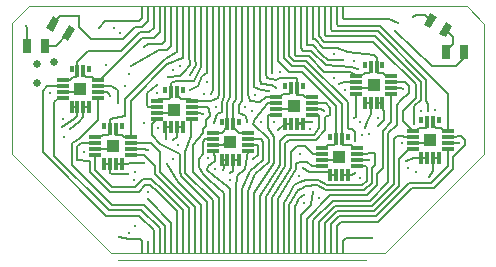
<source format=gtl>
G04 (created by PCBNEW-RS274X (2012-apr-16-27)-stable) date Thu 03 Apr 2014 02:01:57 PM EDT*
G01*
G70*
G90*
%MOIN*%
G04 Gerber Fmt 3.4, Leading zero omitted, Abs format*
%FSLAX34Y34*%
G04 APERTURE LIST*
%ADD10C,0.006000*%
%ADD11C,0.000400*%
%ADD12C,0.002000*%
%ADD13R,0.025000X0.045000*%
%ADD14R,0.039400X0.011800*%
%ADD15R,0.011800X0.039400*%
%ADD16R,0.011800X0.023600*%
%ADD17R,0.039400X0.039400*%
%ADD18R,0.009800X0.039400*%
%ADD19C,0.013000*%
%ADD20C,0.026000*%
%ADD21C,0.008000*%
%ADD22C,0.007000*%
G04 APERTURE END LIST*
G54D10*
G54D11*
X24646Y-27224D02*
X27953Y-23917D01*
X15512Y-27224D02*
X12205Y-23917D01*
X15512Y-27224D02*
X24646Y-27224D01*
X12766Y-18996D02*
X12205Y-19557D01*
X27392Y-18996D02*
X27953Y-19596D01*
X26939Y-18996D02*
X27392Y-18996D01*
X27953Y-19596D02*
X27953Y-23917D01*
X16663Y-18996D02*
X26938Y-18996D01*
X12205Y-19557D02*
X12205Y-23917D01*
X16664Y-18996D02*
X12766Y-18996D01*
X15748Y-27461D02*
X24016Y-27461D01*
G54D12*
X15748Y-27461D02*
X24016Y-27461D01*
G54D10*
G36*
X13348Y-19716D02*
X13573Y-19327D01*
X13790Y-19452D01*
X13565Y-19841D01*
X13348Y-19716D01*
X13348Y-19716D01*
G37*
G36*
X13868Y-20016D02*
X14093Y-19627D01*
X14310Y-19752D01*
X14085Y-20141D01*
X13868Y-20016D01*
X13868Y-20016D01*
G37*
G36*
X25926Y-19608D02*
X26151Y-19219D01*
X26368Y-19344D01*
X26143Y-19733D01*
X25926Y-19608D01*
X25926Y-19608D01*
G37*
G36*
X26446Y-19908D02*
X26671Y-19519D01*
X26888Y-19644D01*
X26663Y-20033D01*
X26446Y-19908D01*
X26446Y-19908D01*
G37*
G54D13*
X13322Y-20305D03*
X12722Y-20305D03*
X26669Y-20502D03*
X27269Y-20502D03*
G54D14*
X25561Y-23150D03*
X25561Y-23347D03*
X25561Y-23543D03*
X25561Y-23740D03*
G54D15*
X25857Y-24036D03*
X26054Y-24036D03*
X26250Y-24036D03*
X26447Y-24036D03*
G54D14*
X26743Y-23740D03*
X26743Y-23543D03*
X26743Y-23347D03*
X26743Y-23150D03*
G54D16*
X26447Y-22776D03*
G54D15*
X26250Y-22854D03*
X26054Y-22854D03*
G54D16*
X25857Y-22776D03*
G54D17*
X26152Y-23445D03*
G54D14*
X23671Y-21319D03*
X23671Y-21516D03*
X23671Y-21712D03*
X23671Y-21909D03*
G54D15*
X23967Y-22205D03*
X24164Y-22205D03*
X24360Y-22205D03*
X24557Y-22205D03*
G54D14*
X24853Y-21909D03*
X24853Y-21712D03*
X24853Y-21516D03*
X24853Y-21319D03*
G54D16*
X24557Y-20945D03*
G54D15*
X24360Y-21023D03*
X24164Y-21023D03*
G54D16*
X23967Y-20945D03*
G54D17*
X24262Y-21614D03*
G54D14*
X22529Y-23721D03*
X22529Y-23918D03*
X22529Y-24114D03*
X22529Y-24311D03*
G54D15*
X22825Y-24607D03*
X23022Y-24607D03*
X23218Y-24607D03*
X23415Y-24607D03*
G54D14*
X23711Y-24311D03*
X23711Y-24114D03*
X23711Y-23918D03*
X23711Y-23721D03*
G54D16*
X23415Y-23347D03*
G54D15*
X23218Y-23425D03*
X23022Y-23425D03*
G54D16*
X22825Y-23347D03*
G54D17*
X23120Y-24016D03*
G54D14*
X21023Y-22028D03*
X21023Y-22225D03*
X21023Y-22421D03*
X21023Y-22618D03*
G54D15*
X21319Y-22914D03*
X21516Y-22914D03*
X21712Y-22914D03*
X21909Y-22914D03*
G54D14*
X22205Y-22618D03*
X22205Y-22421D03*
X22205Y-22225D03*
X22205Y-22028D03*
G54D16*
X21909Y-21654D03*
G54D15*
X21712Y-21732D03*
X21516Y-21732D03*
G54D16*
X21319Y-21654D03*
G54D17*
X21614Y-22323D03*
G54D14*
X18897Y-23229D03*
X18897Y-23426D03*
X18897Y-23622D03*
X18897Y-23819D03*
G54D15*
X19193Y-24115D03*
X19390Y-24115D03*
X19586Y-24115D03*
X19783Y-24115D03*
G54D14*
X20079Y-23819D03*
X20079Y-23622D03*
X20079Y-23426D03*
X20079Y-23229D03*
G54D16*
X19783Y-22855D03*
G54D15*
X19586Y-22933D03*
X19390Y-22933D03*
G54D16*
X19193Y-22855D03*
G54D17*
X19488Y-23524D03*
G54D14*
X17027Y-22146D03*
X17027Y-22343D03*
X17027Y-22539D03*
X17027Y-22736D03*
G54D15*
X17323Y-23032D03*
X17520Y-23032D03*
X17716Y-23032D03*
X17913Y-23032D03*
G54D14*
X18209Y-22736D03*
X18209Y-22539D03*
X18209Y-22343D03*
X18209Y-22146D03*
G54D16*
X17913Y-21772D03*
G54D15*
X17716Y-21850D03*
X17520Y-21850D03*
G54D16*
X17323Y-21772D03*
G54D17*
X17618Y-22441D03*
G54D14*
X14980Y-23366D03*
X14980Y-23563D03*
X14980Y-23759D03*
X14980Y-23956D03*
G54D15*
X15276Y-24252D03*
X15473Y-24252D03*
X15669Y-24252D03*
X15866Y-24252D03*
G54D14*
X16162Y-23956D03*
X16162Y-23759D03*
X16162Y-23563D03*
X16162Y-23366D03*
G54D16*
X15866Y-22992D03*
G54D15*
X15669Y-23070D03*
X15473Y-23070D03*
G54D16*
X15276Y-22992D03*
G54D17*
X15571Y-23661D03*
G54D14*
X13897Y-21457D03*
X13897Y-21654D03*
X13897Y-21850D03*
X13897Y-22047D03*
G54D15*
X14193Y-22343D03*
X14390Y-22343D03*
X14586Y-22343D03*
X14783Y-22343D03*
G54D14*
X15079Y-22047D03*
X15079Y-21850D03*
X15079Y-21654D03*
X15079Y-21457D03*
G54D16*
X14783Y-21083D03*
G54D15*
X14586Y-21161D03*
X14390Y-21161D03*
G54D16*
X14193Y-21083D03*
G54D17*
X14488Y-21752D03*
G54D18*
X16536Y-19193D03*
X16733Y-19193D03*
X16930Y-19193D03*
X17126Y-19193D03*
X17323Y-19193D03*
X17520Y-19193D03*
X17717Y-19193D03*
X17914Y-19193D03*
X18111Y-19193D03*
X18307Y-19193D03*
X18504Y-19193D03*
X18701Y-19193D03*
X18898Y-19193D03*
X19095Y-19193D03*
X19292Y-19193D03*
X19489Y-19193D03*
X19685Y-19193D03*
X19882Y-19193D03*
X20079Y-19193D03*
X20276Y-19193D03*
X20473Y-19193D03*
X20670Y-19193D03*
X20867Y-19193D03*
X21063Y-19193D03*
X21260Y-19193D03*
X21457Y-19193D03*
X21654Y-19193D03*
X21851Y-19193D03*
X22048Y-19193D03*
X22245Y-19193D03*
X22441Y-19193D03*
X22638Y-19193D03*
X22835Y-19193D03*
X23032Y-19193D03*
X23229Y-19193D03*
X16536Y-27028D03*
X16733Y-27028D03*
X16930Y-27028D03*
X17126Y-27028D03*
X17323Y-27028D03*
X17520Y-27028D03*
X17717Y-27028D03*
X17914Y-27028D03*
X18111Y-27028D03*
X18307Y-27028D03*
X18504Y-27028D03*
X18701Y-27028D03*
X18898Y-27028D03*
X19095Y-27028D03*
X19292Y-27028D03*
X19489Y-27028D03*
X19685Y-27028D03*
X19882Y-27028D03*
X20079Y-27028D03*
X20276Y-27028D03*
X20473Y-27028D03*
X20670Y-27028D03*
X20867Y-27028D03*
X21063Y-27028D03*
X21260Y-27028D03*
X21457Y-27028D03*
X21654Y-27028D03*
X21851Y-27028D03*
X22048Y-27028D03*
X22245Y-27028D03*
X22441Y-27028D03*
X22638Y-27028D03*
X22835Y-27028D03*
X23032Y-27028D03*
X23229Y-27028D03*
G54D19*
X25591Y-19360D03*
X14439Y-19331D03*
X24970Y-19833D03*
X12687Y-19665D03*
X16260Y-24783D03*
X17815Y-20984D03*
X16319Y-24508D03*
X17579Y-21122D03*
X17087Y-23051D03*
X18701Y-21516D03*
X17736Y-23622D03*
X18602Y-21909D03*
X18996Y-22362D03*
X18986Y-24419D03*
X19980Y-22362D03*
X19469Y-24774D03*
X20945Y-22854D03*
X20197Y-22480D03*
X22146Y-23081D03*
X20295Y-21939D03*
X21132Y-21171D03*
X21788Y-24643D03*
X23868Y-23268D03*
X23809Y-24705D03*
X24114Y-23248D03*
X23612Y-20827D03*
X22953Y-20591D03*
X24400Y-22717D03*
X25827Y-22480D03*
X25394Y-24390D03*
X26319Y-22451D03*
X25669Y-24518D03*
X21949Y-25285D03*
X23120Y-21585D03*
X23612Y-22707D03*
X22254Y-25177D03*
X15728Y-22205D03*
X16732Y-25413D03*
X15965Y-21663D03*
X16732Y-25177D03*
X17047Y-21870D03*
X17559Y-24094D03*
X21949Y-25551D03*
X22943Y-21388D03*
X23819Y-22835D03*
X22441Y-25384D03*
X16594Y-20334D03*
X13878Y-23012D03*
X16181Y-20994D03*
X14154Y-23071D03*
X16083Y-24587D03*
X17402Y-21339D03*
X18150Y-21280D03*
X16594Y-24232D03*
X17343Y-23406D03*
X18150Y-21772D03*
X17579Y-23445D03*
X18858Y-21929D03*
X18937Y-22874D03*
X19252Y-24459D03*
X19469Y-24537D03*
X20039Y-22835D03*
X17028Y-21614D03*
X17362Y-24252D03*
X20778Y-21811D03*
X21083Y-23100D03*
X21024Y-21703D03*
X22215Y-22854D03*
X21900Y-24380D03*
X20876Y-21220D03*
X23642Y-24537D03*
X23652Y-23494D03*
X23730Y-21083D03*
X23967Y-23051D03*
X23248Y-20787D03*
X24409Y-22992D03*
X25354Y-24154D03*
X25620Y-22904D03*
X26093Y-24675D03*
X26083Y-22480D03*
X13898Y-22736D03*
X15354Y-20945D03*
X16103Y-21240D03*
X13957Y-23366D03*
G54D20*
X13593Y-20846D03*
G54D19*
X24203Y-26732D03*
X25069Y-19557D03*
X15797Y-19872D03*
X16299Y-26329D03*
G54D20*
X13031Y-20915D03*
G54D19*
X24262Y-21614D03*
X26152Y-23445D03*
X14488Y-21752D03*
X17618Y-22441D03*
X15768Y-26693D03*
X19488Y-23524D03*
X15108Y-19705D03*
X15571Y-23661D03*
X23120Y-24016D03*
X21614Y-22323D03*
G54D20*
X13041Y-21555D03*
G54D19*
X16112Y-26555D03*
X13465Y-21870D03*
X18740Y-24055D03*
X27106Y-23543D03*
X16594Y-22895D03*
X25226Y-21762D03*
X14606Y-23839D03*
X20512Y-22854D03*
X18583Y-22579D03*
X20256Y-24075D03*
X25197Y-23543D03*
X24094Y-24114D03*
X15600Y-19705D03*
X23297Y-21791D03*
X21821Y-23927D03*
X22598Y-22470D03*
X16732Y-23780D03*
X15472Y-21978D03*
G54D21*
X16733Y-19497D02*
X16555Y-19675D01*
X25960Y-19289D02*
X26147Y-19476D01*
X14439Y-19331D02*
X13822Y-19331D01*
X16733Y-19497D02*
X16733Y-19193D01*
X25591Y-19360D02*
X25679Y-19289D01*
X15915Y-20079D02*
X14843Y-20079D01*
X16319Y-19675D02*
X15915Y-20079D01*
X25679Y-19289D02*
X25960Y-19289D01*
X16555Y-19675D02*
X16319Y-19675D01*
X14439Y-19331D02*
X14439Y-19331D01*
X14439Y-19675D02*
X14439Y-19331D01*
X14843Y-20079D02*
X14439Y-19675D01*
X13822Y-19331D02*
X13569Y-19584D01*
X27269Y-20723D02*
X27008Y-20984D01*
X12722Y-20305D02*
X12722Y-19700D01*
X12687Y-19665D02*
X12722Y-19700D01*
X27008Y-20984D02*
X26486Y-20984D01*
X27269Y-20502D02*
X27269Y-20723D01*
X26201Y-20984D02*
X24970Y-19833D01*
X26486Y-20984D02*
X26201Y-20984D01*
G54D22*
X16442Y-25969D02*
X16930Y-26457D01*
X13385Y-21654D02*
X13897Y-21654D01*
X15358Y-25969D02*
X16442Y-25969D01*
X13238Y-23849D02*
X15358Y-25969D01*
X13385Y-21654D02*
X13238Y-21801D01*
X13238Y-21801D02*
X13238Y-23849D01*
X16930Y-27028D02*
X16930Y-26457D01*
X13622Y-22185D02*
X13622Y-23977D01*
X15432Y-25787D02*
X16516Y-25787D01*
X16516Y-25787D02*
X17126Y-26397D01*
X13760Y-22047D02*
X13897Y-22047D01*
X17126Y-27028D02*
X17126Y-26397D01*
X13622Y-23977D02*
X15432Y-25787D01*
X13760Y-22047D02*
X13622Y-22185D01*
X18898Y-27028D02*
X18898Y-25454D01*
X17992Y-23839D02*
X18169Y-23317D01*
X18169Y-22776D02*
X18209Y-22736D01*
X18169Y-23317D02*
X18169Y-22776D01*
X17992Y-24537D02*
X17992Y-23839D01*
X18898Y-25454D02*
X17992Y-24537D01*
X18563Y-23091D02*
X18563Y-23205D01*
X18720Y-22343D02*
X18780Y-22403D01*
X18563Y-23205D02*
X18258Y-23622D01*
X18799Y-22519D02*
X18799Y-22658D01*
X18258Y-23622D02*
X18258Y-24519D01*
X18780Y-22500D02*
X18799Y-22519D01*
X18681Y-22973D02*
X18563Y-23091D01*
X19095Y-27028D02*
X19094Y-25387D01*
X18780Y-22403D02*
X18780Y-22500D01*
X18720Y-22343D02*
X18209Y-22343D01*
X18258Y-24519D02*
X19094Y-25387D01*
X18681Y-22776D02*
X18681Y-22973D01*
X18799Y-22658D02*
X18681Y-22776D01*
X18563Y-23858D02*
X18563Y-23917D01*
X18642Y-23425D02*
X18563Y-23504D01*
X18563Y-23701D02*
X18563Y-23858D01*
X18563Y-23917D02*
X18448Y-24080D01*
X18448Y-24080D02*
X18444Y-24350D01*
X18897Y-23426D02*
X18642Y-23425D01*
X19291Y-25591D02*
X19291Y-25217D01*
X18575Y-24574D02*
X18775Y-24767D01*
X19291Y-25591D02*
X19292Y-26280D01*
X19292Y-26300D02*
X19292Y-26280D01*
X19292Y-27028D02*
X19292Y-26300D01*
X19291Y-25217D02*
X19291Y-25217D01*
X18444Y-24350D02*
X18575Y-24574D01*
X18775Y-24767D02*
X19291Y-25217D01*
X18563Y-23504D02*
X18563Y-23701D01*
X18831Y-24260D02*
X18961Y-24140D01*
X19390Y-24980D02*
X18947Y-24646D01*
X18961Y-24140D02*
X18961Y-24140D01*
X18711Y-24459D02*
X18740Y-24321D01*
X19489Y-27028D02*
X19489Y-26300D01*
X19488Y-25098D02*
X19390Y-24980D01*
X18961Y-24140D02*
X18976Y-24016D01*
X18976Y-24016D02*
X18897Y-23819D01*
X18740Y-24321D02*
X18831Y-24260D01*
X18947Y-24646D02*
X18711Y-24459D01*
X19489Y-26280D02*
X19488Y-25098D01*
X19489Y-26300D02*
X19489Y-26280D01*
X19685Y-26280D02*
X19685Y-26300D01*
X19705Y-24656D02*
X19685Y-25098D01*
X19685Y-25098D02*
X19685Y-26280D01*
X20079Y-23820D02*
X19980Y-24409D01*
X19980Y-24409D02*
X19705Y-24656D01*
X20079Y-23820D02*
X20079Y-23819D01*
X19685Y-27028D02*
X19685Y-26300D01*
X20138Y-24488D02*
X19884Y-25098D01*
X19882Y-26280D02*
X19882Y-26300D01*
X20513Y-23426D02*
X20079Y-23426D01*
X19884Y-25098D02*
X19882Y-26280D01*
X20513Y-23426D02*
X20590Y-23504D01*
X20590Y-24112D02*
X20138Y-24488D01*
X19882Y-27028D02*
X19882Y-26300D01*
X20590Y-23504D02*
X20590Y-24112D01*
X20728Y-22224D02*
X21023Y-22225D01*
X20079Y-27028D02*
X20079Y-25689D01*
X20313Y-22764D02*
X20256Y-22914D01*
X20728Y-22224D02*
X20313Y-22764D01*
X20768Y-24193D02*
X20325Y-24596D01*
X20256Y-22914D02*
X20768Y-23426D01*
X20768Y-23426D02*
X20768Y-24193D01*
X20325Y-24596D02*
X20079Y-25157D01*
X20079Y-25157D02*
X20079Y-25689D01*
X20955Y-23346D02*
X20955Y-24232D01*
X20754Y-22626D02*
X20743Y-22829D01*
X20955Y-24232D02*
X20271Y-25201D01*
X20731Y-23051D02*
X20955Y-23346D01*
X21024Y-22628D02*
X21023Y-22618D01*
X20743Y-22829D02*
X20731Y-23051D01*
X20276Y-27028D02*
X20271Y-25201D01*
X21024Y-22628D02*
X20754Y-22626D01*
X22260Y-23283D02*
X22175Y-23283D01*
X22175Y-23283D02*
X21358Y-23287D01*
X21132Y-24272D02*
X20472Y-25305D01*
X21132Y-24193D02*
X21132Y-24272D01*
X21132Y-23478D02*
X21132Y-24193D01*
X22440Y-23060D02*
X22260Y-23283D01*
X21358Y-23287D02*
X21132Y-23478D01*
X22441Y-22657D02*
X22440Y-23060D01*
X20473Y-27028D02*
X20472Y-25305D01*
X22402Y-22618D02*
X22205Y-22618D01*
X22402Y-22618D02*
X22441Y-22657D01*
X22825Y-22392D02*
X22825Y-22608D01*
X22628Y-23110D02*
X22343Y-23465D01*
X20670Y-27028D02*
X20662Y-25364D01*
X22825Y-22608D02*
X22629Y-22688D01*
X22679Y-22225D02*
X22825Y-22392D01*
X22679Y-22225D02*
X22205Y-22225D01*
X21467Y-23465D02*
X21319Y-23563D01*
X21319Y-23563D02*
X21322Y-24331D01*
X21322Y-24331D02*
X20662Y-25364D01*
X22343Y-23465D02*
X21467Y-23465D01*
X22629Y-22688D02*
X22628Y-23110D01*
X15079Y-22795D02*
X14488Y-23386D01*
X15079Y-22795D02*
X15079Y-22047D01*
X14213Y-24292D02*
X15531Y-25610D01*
X14488Y-23386D02*
X14351Y-23467D01*
X16614Y-25610D02*
X17323Y-26319D01*
X17323Y-27028D02*
X17323Y-26319D01*
X15531Y-25610D02*
X16614Y-25610D01*
X14213Y-23563D02*
X14213Y-24292D01*
X14351Y-23467D02*
X14213Y-23563D01*
X22255Y-23918D02*
X22529Y-23918D01*
X21493Y-24380D02*
X21493Y-23847D01*
X21703Y-23637D02*
X21974Y-23637D01*
X20867Y-27028D02*
X20867Y-25374D01*
X20867Y-25374D02*
X21493Y-24380D01*
X21493Y-23847D02*
X21703Y-23637D01*
X21974Y-23637D02*
X22255Y-23918D01*
X21673Y-24223D02*
X21890Y-24176D01*
X21063Y-25403D02*
X21673Y-24429D01*
X22042Y-24179D02*
X22215Y-24311D01*
X21890Y-24176D02*
X22042Y-24179D01*
X22215Y-24311D02*
X22529Y-24311D01*
X21673Y-24429D02*
X21673Y-24223D01*
X21063Y-27028D02*
X21063Y-25403D01*
X24026Y-24803D02*
X23888Y-24941D01*
X21624Y-24961D02*
X21468Y-25218D01*
X22422Y-24783D02*
X22008Y-24783D01*
X21260Y-25561D02*
X21468Y-25218D01*
X22008Y-24783D02*
X21801Y-24852D01*
X24026Y-24361D02*
X24026Y-24803D01*
X23976Y-24311D02*
X23711Y-24311D01*
X21260Y-27028D02*
X21260Y-25561D01*
X23888Y-24941D02*
X22718Y-24941D01*
X22718Y-24941D02*
X22422Y-24783D01*
X23976Y-24311D02*
X24026Y-24361D01*
X21801Y-24852D02*
X21624Y-24961D01*
X22376Y-24955D02*
X22018Y-24980D01*
X24321Y-24277D02*
X24203Y-24395D01*
X22664Y-25116D02*
X22376Y-24955D01*
X21457Y-26093D02*
X21457Y-26083D01*
X23957Y-25118D02*
X22664Y-25116D01*
X21437Y-25600D02*
X21457Y-26083D01*
X24203Y-24395D02*
X24203Y-24872D01*
X21827Y-25079D02*
X21729Y-25124D01*
X24064Y-23898D02*
X24301Y-23898D01*
X23711Y-23918D02*
X24044Y-23918D01*
X21457Y-26083D02*
X21457Y-26093D01*
X24301Y-23898D02*
X24321Y-23918D01*
X24321Y-23918D02*
X24321Y-24277D01*
X24044Y-23918D02*
X24064Y-23898D01*
X21729Y-25124D02*
X21437Y-25600D01*
X21457Y-26093D02*
X21457Y-27028D01*
X24203Y-24872D02*
X23957Y-25118D01*
X22018Y-24980D02*
X21827Y-25079D01*
X21654Y-27028D02*
X21654Y-26191D01*
X23415Y-21516D02*
X23671Y-21516D01*
X23275Y-21518D02*
X23120Y-21585D01*
X21654Y-25619D02*
X21673Y-25600D01*
X21654Y-26191D02*
X21654Y-25619D01*
X23415Y-21516D02*
X23275Y-21518D01*
X21949Y-25285D02*
X21781Y-25394D01*
X21781Y-25394D02*
X21673Y-25600D01*
X22185Y-25610D02*
X22096Y-25699D01*
X22096Y-25699D02*
X22097Y-25699D01*
X23642Y-22677D02*
X23612Y-22707D01*
X21851Y-27028D02*
X21851Y-25945D01*
X23671Y-21909D02*
X23671Y-22677D01*
X22185Y-25571D02*
X22185Y-25571D01*
X23671Y-22677D02*
X23642Y-22677D01*
X22185Y-25610D02*
X22185Y-25571D01*
X22254Y-25177D02*
X22185Y-25571D01*
X22097Y-25699D02*
X21851Y-25945D01*
X24577Y-23139D02*
X24577Y-24390D01*
X24577Y-24390D02*
X24390Y-24577D01*
X22825Y-25295D02*
X22048Y-26072D01*
X24390Y-24960D02*
X24055Y-25295D01*
X24853Y-22863D02*
X24853Y-21909D01*
X24390Y-24577D02*
X24390Y-24960D01*
X24853Y-22863D02*
X24577Y-23139D01*
X22048Y-27028D02*
X22048Y-26072D01*
X24055Y-25295D02*
X22825Y-25295D01*
X24754Y-24852D02*
X24134Y-25472D01*
X25266Y-21516D02*
X25315Y-21516D01*
X25315Y-21516D02*
X25433Y-21634D01*
X22245Y-27028D02*
X22245Y-26121D01*
X25433Y-21875D02*
X25192Y-22116D01*
X24134Y-25472D02*
X22894Y-25472D01*
X25030Y-22945D02*
X24754Y-23221D01*
X25030Y-22278D02*
X25030Y-22945D01*
X25266Y-21516D02*
X24853Y-21516D01*
X22894Y-25472D02*
X22245Y-26121D01*
X25192Y-22116D02*
X25030Y-22278D01*
X24754Y-23221D02*
X24754Y-24852D01*
X25433Y-21634D02*
X25433Y-21875D01*
X24931Y-23415D02*
X24931Y-24921D01*
X22441Y-27028D02*
X22441Y-26169D01*
X24202Y-25650D02*
X22960Y-25650D01*
X25286Y-23347D02*
X25561Y-23347D01*
X24931Y-24921D02*
X24202Y-25650D01*
X22960Y-25650D02*
X22441Y-26169D01*
X25246Y-23307D02*
X25039Y-23307D01*
X25286Y-23347D02*
X25246Y-23307D01*
X25039Y-23307D02*
X24931Y-23415D01*
X24271Y-25825D02*
X23030Y-25825D01*
X25103Y-24993D02*
X24271Y-25825D01*
X25103Y-24075D02*
X25103Y-24993D01*
X22638Y-27028D02*
X22638Y-26217D01*
X23030Y-25825D02*
X22638Y-26217D01*
X25438Y-23740D02*
X25561Y-23740D01*
X25438Y-23740D02*
X25103Y-24075D01*
X15728Y-21792D02*
X15728Y-22205D01*
X15512Y-21654D02*
X15728Y-21792D01*
X15512Y-21654D02*
X15079Y-21654D01*
X16732Y-25413D02*
X17520Y-26201D01*
X17520Y-27028D02*
X17520Y-26201D01*
X25453Y-24892D02*
X24348Y-25997D01*
X26181Y-24892D02*
X25453Y-24892D01*
X26743Y-24330D02*
X26743Y-23740D01*
X23102Y-25997D02*
X22835Y-26264D01*
X24348Y-25997D02*
X23102Y-25997D01*
X26743Y-24330D02*
X26181Y-24892D01*
X22835Y-27028D02*
X22835Y-26264D01*
X23173Y-26178D02*
X23032Y-26319D01*
X27313Y-23631D02*
X26915Y-24029D01*
X27037Y-23327D02*
X27185Y-23327D01*
X26915Y-24413D02*
X26264Y-25064D01*
X26915Y-24029D02*
X26915Y-24413D01*
X27185Y-23327D02*
X27313Y-23455D01*
X26264Y-25064D02*
X25536Y-25064D01*
X27313Y-23455D02*
X27313Y-23631D01*
X27017Y-23347D02*
X26743Y-23347D01*
X27017Y-23347D02*
X27037Y-23327D01*
X25536Y-25064D02*
X24422Y-26178D01*
X23032Y-27028D02*
X23032Y-26319D01*
X24422Y-26178D02*
X23173Y-26178D01*
X14389Y-23661D02*
X14390Y-24125D01*
X16805Y-24941D02*
X17085Y-25195D01*
X14528Y-23563D02*
X14389Y-23661D01*
X14803Y-24527D02*
X15470Y-25195D01*
X17085Y-25195D02*
X17717Y-25827D01*
X15470Y-25195D02*
X16445Y-25195D01*
X14390Y-24125D02*
X14803Y-24154D01*
X17717Y-27028D02*
X17717Y-25827D01*
X16445Y-25195D02*
X16651Y-24941D01*
X14803Y-24154D02*
X14803Y-24527D01*
X16651Y-24941D02*
X16805Y-24941D01*
X14528Y-23563D02*
X14980Y-23563D01*
X14980Y-24448D02*
X15552Y-25020D01*
X17914Y-27028D02*
X17914Y-25776D01*
X16317Y-25020D02*
X16570Y-24753D01*
X16570Y-24753D02*
X16852Y-24748D01*
X16852Y-24748D02*
X17276Y-25138D01*
X14980Y-24448D02*
X14980Y-23956D01*
X15552Y-25020D02*
X16317Y-25020D01*
X17276Y-25138D02*
X17914Y-25776D01*
X18111Y-25729D02*
X16969Y-24587D01*
X16162Y-23956D02*
X16162Y-23956D01*
X18111Y-27028D02*
X18111Y-25729D01*
X16969Y-24311D02*
X16614Y-23956D01*
X16969Y-24587D02*
X16969Y-24311D01*
X16614Y-23956D02*
X16162Y-23956D01*
X16477Y-19862D02*
X16791Y-19862D01*
X16791Y-19862D02*
X16930Y-19723D01*
X14390Y-20847D02*
X14745Y-20492D01*
X16930Y-19723D02*
X16930Y-19193D01*
X13897Y-21457D02*
X14153Y-21457D01*
X14252Y-21358D02*
X14350Y-21358D01*
X14350Y-21358D02*
X14390Y-21318D01*
X14390Y-21318D02*
X14390Y-21161D01*
X15847Y-20492D02*
X16477Y-19862D01*
X14390Y-21161D02*
X14390Y-20847D01*
X14745Y-20492D02*
X15847Y-20492D01*
X14153Y-21457D02*
X14252Y-21358D01*
X16555Y-20059D02*
X16929Y-20059D01*
X14586Y-21259D02*
X14586Y-21161D01*
X17126Y-19862D02*
X17126Y-19193D01*
X16929Y-20059D02*
X17126Y-19862D01*
X15157Y-21457D02*
X16555Y-20059D01*
X14685Y-21358D02*
X14586Y-21259D01*
X14882Y-21358D02*
X14685Y-21358D01*
X15079Y-21457D02*
X15157Y-21457D01*
X14981Y-21457D02*
X14882Y-21358D01*
X15079Y-21457D02*
X14981Y-21457D01*
X14390Y-22638D02*
X14291Y-22737D01*
X17323Y-20138D02*
X17323Y-20020D01*
X17323Y-19894D02*
X17323Y-20020D01*
X14193Y-22343D02*
X14390Y-22343D01*
X17205Y-20256D02*
X17323Y-20138D01*
X16752Y-20256D02*
X17205Y-20256D01*
X14291Y-22737D02*
X13878Y-23012D01*
X14390Y-22343D02*
X14390Y-22638D01*
X16594Y-20334D02*
X16752Y-20256D01*
X17323Y-19894D02*
X17323Y-19193D01*
X17106Y-20453D02*
X17343Y-20453D01*
X17520Y-20315D02*
X17520Y-20138D01*
X14586Y-22677D02*
X14429Y-22851D01*
X17382Y-20453D02*
X17520Y-20315D01*
X17343Y-20453D02*
X17382Y-20453D01*
X14586Y-22343D02*
X14586Y-22677D01*
X16181Y-20994D02*
X17106Y-20453D01*
X14586Y-22343D02*
X14783Y-22343D01*
X17520Y-20138D02*
X17520Y-19193D01*
X14429Y-22851D02*
X14154Y-23071D01*
X17717Y-20508D02*
X17717Y-19193D01*
X15158Y-23366D02*
X15256Y-23268D01*
X15473Y-22736D02*
X15984Y-22638D01*
X15256Y-23268D02*
X15413Y-23268D01*
X17264Y-20787D02*
X17323Y-20743D01*
X15473Y-23208D02*
X15473Y-23070D01*
X17323Y-20743D02*
X17717Y-20508D01*
X15982Y-22072D02*
X17264Y-20787D01*
X14980Y-23366D02*
X15158Y-23366D01*
X15413Y-23268D02*
X15473Y-23208D01*
X15984Y-22638D02*
X15982Y-22072D01*
X15473Y-23070D02*
X15473Y-22736D01*
X15689Y-23287D02*
X15669Y-23267D01*
X17382Y-20925D02*
X17559Y-20846D01*
X17913Y-20728D02*
X17914Y-19193D01*
X15866Y-23287D02*
X15689Y-23287D01*
X15945Y-23366D02*
X15866Y-23287D01*
X16162Y-23366D02*
X15945Y-23366D01*
X15669Y-23267D02*
X15669Y-23070D01*
X17559Y-20846D02*
X17717Y-20787D01*
X17717Y-20787D02*
X17913Y-20728D01*
X16162Y-22145D02*
X17382Y-20925D01*
X16162Y-23366D02*
X16162Y-22145D01*
X17146Y-24508D02*
X17146Y-23858D01*
X18307Y-27028D02*
X18307Y-25669D01*
X18307Y-25669D02*
X17146Y-24508D01*
X17146Y-23858D02*
X16851Y-23563D01*
X16851Y-23563D02*
X16162Y-23563D01*
X15472Y-24253D02*
X15472Y-24547D01*
X17795Y-21319D02*
X17933Y-21181D01*
X17402Y-21339D02*
X17795Y-21319D01*
X17933Y-21181D02*
X18130Y-20945D01*
X15472Y-24547D02*
X15552Y-24587D01*
X15473Y-24252D02*
X15472Y-24253D01*
X15552Y-24587D02*
X16083Y-24587D01*
X15276Y-24252D02*
X15473Y-24252D01*
X18130Y-20945D02*
X18110Y-20610D01*
X18110Y-20610D02*
X18111Y-19193D01*
X15669Y-24252D02*
X15866Y-24252D01*
X18327Y-20965D02*
X18297Y-20738D01*
X18150Y-21280D02*
X18327Y-20965D01*
X15866Y-24252D02*
X16319Y-24232D01*
X16319Y-24232D02*
X16594Y-24232D01*
X18297Y-20738D02*
X18307Y-19193D01*
X18504Y-21017D02*
X18504Y-19193D01*
X17087Y-22086D02*
X17441Y-22086D01*
X17677Y-21496D02*
X18268Y-21496D01*
X17441Y-22086D02*
X17520Y-22007D01*
X17027Y-22146D02*
X17087Y-22086D01*
X17520Y-22007D02*
X17520Y-21850D01*
X18268Y-21496D02*
X18504Y-21017D01*
X17520Y-21535D02*
X17677Y-21496D01*
X17520Y-21850D02*
X17520Y-21535D01*
X18553Y-21329D02*
X18701Y-21211D01*
X18425Y-21644D02*
X18553Y-21329D01*
X17323Y-23032D02*
X17343Y-23406D01*
X17323Y-23032D02*
X17520Y-23032D01*
X18701Y-21211D02*
X18701Y-19193D01*
X18150Y-21772D02*
X18425Y-21644D01*
X17716Y-23345D02*
X17579Y-23445D01*
X17716Y-23032D02*
X17913Y-23032D01*
X17579Y-23445D02*
X17579Y-23445D01*
X18917Y-21791D02*
X18858Y-21929D01*
X17716Y-23032D02*
X17716Y-23345D01*
X18898Y-19193D02*
X18917Y-21791D01*
X17716Y-23032D02*
X17716Y-23032D01*
X19095Y-21928D02*
X19071Y-22060D01*
X17716Y-21850D02*
X17716Y-21948D01*
X18858Y-22146D02*
X18209Y-22146D01*
X18149Y-22086D02*
X18209Y-22146D01*
X19071Y-22060D02*
X18858Y-22146D01*
X17854Y-22086D02*
X18149Y-22086D01*
X17716Y-21948D02*
X17854Y-22086D01*
X19095Y-19193D02*
X19095Y-21928D01*
X19292Y-21974D02*
X19291Y-19685D01*
X18937Y-22874D02*
X19036Y-22599D01*
X19291Y-19194D02*
X19292Y-19193D01*
X19193Y-24115D02*
X19390Y-24115D01*
X19213Y-22205D02*
X19292Y-21974D01*
X19390Y-24115D02*
X19252Y-24459D01*
X19193Y-22520D02*
X19213Y-22205D01*
X19291Y-19685D02*
X19291Y-19194D01*
X19036Y-22599D02*
X19193Y-22520D01*
X19193Y-24115D02*
X19390Y-24115D01*
X19390Y-22933D02*
X19390Y-22224D01*
X19488Y-19194D02*
X19489Y-19193D01*
X18897Y-23229D02*
X19193Y-23229D01*
X19390Y-22224D02*
X19489Y-22027D01*
X19193Y-23229D02*
X19390Y-23032D01*
X19489Y-22027D02*
X19488Y-19685D01*
X19390Y-23032D02*
X19390Y-22933D01*
X19488Y-19685D02*
X19488Y-19194D01*
X19685Y-19193D02*
X19685Y-19685D01*
X19783Y-23229D02*
X20079Y-23229D01*
X19587Y-22244D02*
X19586Y-22933D01*
X19586Y-23032D02*
X19783Y-23229D01*
X19587Y-22244D02*
X19683Y-22086D01*
X19586Y-22933D02*
X19586Y-23032D01*
X19683Y-22086D02*
X19685Y-19685D01*
X19577Y-24478D02*
X19606Y-24094D01*
X19606Y-24094D02*
X19606Y-24094D01*
X19881Y-22145D02*
X19882Y-19685D01*
X19882Y-19193D02*
X19882Y-19685D01*
X20039Y-22835D02*
X20004Y-22634D01*
X19783Y-22283D02*
X19881Y-22145D01*
X20039Y-22835D02*
X20039Y-22835D01*
X19577Y-24478D02*
X19469Y-24537D01*
X19586Y-24115D02*
X19783Y-24115D01*
X19586Y-24115D02*
X19606Y-24094D01*
X20004Y-22634D02*
X19768Y-22548D01*
X19768Y-22548D02*
X19783Y-22283D01*
X16752Y-22343D02*
X17027Y-22343D01*
X16693Y-22284D02*
X16693Y-21890D01*
X17727Y-24834D02*
X18504Y-25611D01*
X16752Y-22343D02*
X16693Y-22284D01*
X16693Y-21890D02*
X17028Y-21614D01*
X18504Y-27028D02*
X18504Y-25611D01*
X17362Y-24252D02*
X17727Y-24834D01*
X20137Y-22153D02*
X20079Y-21919D01*
X21023Y-22028D02*
X20659Y-22028D01*
X21023Y-22028D02*
X21141Y-22028D01*
X21516Y-21850D02*
X21516Y-21732D01*
X20659Y-22028D02*
X20472Y-22182D01*
X21240Y-21929D02*
X21437Y-21929D01*
X20472Y-22182D02*
X20137Y-22153D01*
X20079Y-21919D02*
X20079Y-19193D01*
X21437Y-21929D02*
X21516Y-21850D01*
X21141Y-22028D02*
X21240Y-21929D01*
X21083Y-23100D02*
X21083Y-23100D01*
X21319Y-22914D02*
X21319Y-22914D01*
X20778Y-21811D02*
X20512Y-21772D01*
X21319Y-22914D02*
X21083Y-23100D01*
X20276Y-20945D02*
X20276Y-19193D01*
X20512Y-21772D02*
X20285Y-21682D01*
X20285Y-21682D02*
X20284Y-21506D01*
X21319Y-22914D02*
X21516Y-22914D01*
X20284Y-21506D02*
X20276Y-20945D01*
X21712Y-22914D02*
X21713Y-22915D01*
X22215Y-22854D02*
X22215Y-22854D01*
X21024Y-21703D02*
X20866Y-21614D01*
X22018Y-22854D02*
X22215Y-22854D01*
X20473Y-20867D02*
X20473Y-19193D01*
X21909Y-22914D02*
X21712Y-22914D01*
X21713Y-22915D02*
X22018Y-22854D01*
X20482Y-21417D02*
X20473Y-20867D01*
X20512Y-21585D02*
X20482Y-21417D01*
X20866Y-21614D02*
X20512Y-21585D01*
X21909Y-22914D02*
X21712Y-22914D01*
X21663Y-21368D02*
X21152Y-21378D01*
X21713Y-21949D02*
X21712Y-21948D01*
X20997Y-21446D02*
X20719Y-21398D01*
X21712Y-21732D02*
X21712Y-21417D01*
X21988Y-22028D02*
X21909Y-21949D01*
X21909Y-21949D02*
X21713Y-21949D01*
X21152Y-21378D02*
X20997Y-21446D01*
X22205Y-22028D02*
X21988Y-22028D01*
X20719Y-21398D02*
X20670Y-21241D01*
X21712Y-21948D02*
X21712Y-21732D01*
X20670Y-21241D02*
X20670Y-19193D01*
X21712Y-21417D02*
X21663Y-21368D01*
X22825Y-24607D02*
X23022Y-24607D01*
X20867Y-19193D02*
X20867Y-21211D01*
X22736Y-24518D02*
X22116Y-24518D01*
X22116Y-24518D02*
X21900Y-24380D01*
X22736Y-24518D02*
X22825Y-24607D01*
X20867Y-21211D02*
X20876Y-21220D01*
X23022Y-23523D02*
X23022Y-23425D01*
X21881Y-21181D02*
X21437Y-21181D01*
X23022Y-22322D02*
X21881Y-21181D01*
X21063Y-20807D02*
X21063Y-20167D01*
X22617Y-23721D02*
X22726Y-23612D01*
X22529Y-23721D02*
X22617Y-23721D01*
X22726Y-23612D02*
X22933Y-23612D01*
X21063Y-20167D02*
X21063Y-19193D01*
X22933Y-23612D02*
X23022Y-23523D01*
X23022Y-23425D02*
X23022Y-22322D01*
X21437Y-21181D02*
X21063Y-20807D01*
X23711Y-23721D02*
X23583Y-23721D01*
X23218Y-22263D02*
X21950Y-20995D01*
X23583Y-23721D02*
X23494Y-23632D01*
X23494Y-23632D02*
X23258Y-23632D01*
X21537Y-20995D02*
X21260Y-20718D01*
X23258Y-23632D02*
X23218Y-23592D01*
X21950Y-20995D02*
X21537Y-20995D01*
X23218Y-23592D02*
X23218Y-23425D01*
X23218Y-23425D02*
X23218Y-22263D01*
X21260Y-20718D02*
X21260Y-20138D01*
X21260Y-20138D02*
X21260Y-19193D01*
X22023Y-20818D02*
X21610Y-20818D01*
X23395Y-22190D02*
X22023Y-20818D01*
X23652Y-23180D02*
X23553Y-23081D01*
X23553Y-23081D02*
X23435Y-23081D01*
G54D21*
X23534Y-24607D02*
X23534Y-24607D01*
G54D22*
X21457Y-20665D02*
X21457Y-20187D01*
X21457Y-19193D02*
X21457Y-20187D01*
X23435Y-23081D02*
X23395Y-23041D01*
X21610Y-20818D02*
X21457Y-20665D01*
X23652Y-23494D02*
X23652Y-23180D01*
X23395Y-23041D02*
X23395Y-22190D01*
X23642Y-24537D02*
X23534Y-24607D01*
X23218Y-24607D02*
X23415Y-24607D01*
G54D21*
X23415Y-24607D02*
X23534Y-24607D01*
G54D22*
X21654Y-20108D02*
X21654Y-19193D01*
X23967Y-21201D02*
X24095Y-21201D01*
X23849Y-21319D02*
X23967Y-21201D01*
X22620Y-21171D02*
X22095Y-20646D01*
X24164Y-21132D02*
X24164Y-21023D01*
X23468Y-21195D02*
X22620Y-21171D01*
X21682Y-20646D02*
X21654Y-20618D01*
X21654Y-20618D02*
X21654Y-20108D01*
X23671Y-21319D02*
X23671Y-21289D01*
X24095Y-21201D02*
X24164Y-21132D01*
X23671Y-21319D02*
X23849Y-21319D01*
X23671Y-21289D02*
X23468Y-21195D01*
X22095Y-20646D02*
X21682Y-20646D01*
X24164Y-22599D02*
X24026Y-22844D01*
X21851Y-20395D02*
X21851Y-20097D01*
X23967Y-22205D02*
X24164Y-22205D01*
X23504Y-21004D02*
X22664Y-20965D01*
X23730Y-21083D02*
X23504Y-21004D01*
X24026Y-22844D02*
X23967Y-23051D01*
X21925Y-20469D02*
X21851Y-20395D01*
X22168Y-20469D02*
X21925Y-20469D01*
X22664Y-20965D02*
X22168Y-20469D01*
X21851Y-20097D02*
X21850Y-20098D01*
X24164Y-22205D02*
X24164Y-22599D01*
X21851Y-19193D02*
X21851Y-20097D01*
X17795Y-24478D02*
X17795Y-23927D01*
X18701Y-27028D02*
X18701Y-25531D01*
X17156Y-23573D02*
X16870Y-23297D01*
X16870Y-23297D02*
X16870Y-22904D01*
X18701Y-25531D02*
X17835Y-24656D01*
X17835Y-24656D02*
X17795Y-24478D01*
X16870Y-22904D02*
X17027Y-22736D01*
X17795Y-23927D02*
X17156Y-23573D01*
X22048Y-19193D02*
X22048Y-19979D01*
X22543Y-20600D02*
X22240Y-20297D01*
X24360Y-22205D02*
X24557Y-22205D01*
X22756Y-20797D02*
X22543Y-20600D01*
X22048Y-19979D02*
X22047Y-19980D01*
X24604Y-22558D02*
X24616Y-22795D01*
X23248Y-20787D02*
X22756Y-20797D01*
X22240Y-20297D02*
X22078Y-20297D01*
X24616Y-22795D02*
X24409Y-22992D01*
X22048Y-20267D02*
X22048Y-19979D01*
X22078Y-20297D02*
X22048Y-20267D01*
X24557Y-22205D02*
X24604Y-22558D01*
X24360Y-21180D02*
X24360Y-21023D01*
X24261Y-20620D02*
X23408Y-20526D01*
X24853Y-21319D02*
X24676Y-21319D01*
X22245Y-19193D02*
X22245Y-20088D01*
X22589Y-20384D02*
X22293Y-20088D01*
X23408Y-20526D02*
X23045Y-20384D01*
X23045Y-20384D02*
X22589Y-20384D01*
X24400Y-21220D02*
X24360Y-21180D01*
X24360Y-20719D02*
X24261Y-20620D01*
X22245Y-20088D02*
X22244Y-20089D01*
X22293Y-20088D02*
X22245Y-20088D01*
X24577Y-21220D02*
X24400Y-21220D01*
X24360Y-21023D02*
X24360Y-20719D01*
X24676Y-21319D02*
X24577Y-21220D01*
X25660Y-22046D02*
X25226Y-22480D01*
X25660Y-21586D02*
X25660Y-22046D01*
X25226Y-22480D02*
X25226Y-22815D01*
X25561Y-23150D02*
X25669Y-23150D01*
X25768Y-23051D02*
X26014Y-23051D01*
X24256Y-20172D02*
X24513Y-20439D01*
X25669Y-23150D02*
X25768Y-23051D01*
X24256Y-20172D02*
X22621Y-20172D01*
X24513Y-20439D02*
X25660Y-21586D01*
X22621Y-20172D02*
X22441Y-19992D01*
X25226Y-22815D02*
X25561Y-23150D01*
X26054Y-23011D02*
X26054Y-22854D01*
X26014Y-23051D02*
X26054Y-23011D01*
X22441Y-19193D02*
X22441Y-19992D01*
X25620Y-24036D02*
X25354Y-24154D01*
X25857Y-24036D02*
X26054Y-24036D01*
X24321Y-19990D02*
X25837Y-21506D01*
X25620Y-22333D02*
X25620Y-22904D01*
X22638Y-19193D02*
X22638Y-19941D01*
X25620Y-24036D02*
X25857Y-24036D01*
X22638Y-19941D02*
X22687Y-19990D01*
X25837Y-21506D02*
X25837Y-22116D01*
X25837Y-22116D02*
X25620Y-22333D01*
X22687Y-19990D02*
X24321Y-19990D01*
X26014Y-22165D02*
X26014Y-21439D01*
X26083Y-22234D02*
X26014Y-22165D01*
X26014Y-21439D02*
X24393Y-19818D01*
X24393Y-19818D02*
X22891Y-19818D01*
X22835Y-19762D02*
X22891Y-19818D01*
X26250Y-24036D02*
X26260Y-24026D01*
X26250Y-24036D02*
X26447Y-24036D01*
X26260Y-24026D02*
X26250Y-24468D01*
X26250Y-24468D02*
X26093Y-24675D01*
X26083Y-22480D02*
X26083Y-22234D01*
X22835Y-19762D02*
X22835Y-19193D01*
X26743Y-23150D02*
X26634Y-23150D01*
X26525Y-23041D02*
X26339Y-23041D01*
X23032Y-19587D02*
X23091Y-19646D01*
X26339Y-23041D02*
X26250Y-22952D01*
X26250Y-22952D02*
X26250Y-22854D01*
X24469Y-19646D02*
X26743Y-21920D01*
X23032Y-19193D02*
X23032Y-19587D01*
X26634Y-23150D02*
X26525Y-23041D01*
X23091Y-19646D02*
X24469Y-19646D01*
X26743Y-21920D02*
X26743Y-23150D01*
X23337Y-26727D02*
X24203Y-26732D01*
X23337Y-26727D02*
X23237Y-26811D01*
X23237Y-26811D02*
X23229Y-27028D01*
X24774Y-19409D02*
X25069Y-19557D01*
X23264Y-19413D02*
X24774Y-19409D01*
X23238Y-19390D02*
X23264Y-19413D01*
X23229Y-19193D02*
X23238Y-19390D01*
G54D21*
X13322Y-20305D02*
X13668Y-20305D01*
X13668Y-20305D02*
X14089Y-19884D01*
X26669Y-20502D02*
X26923Y-20248D01*
X26923Y-20032D02*
X26667Y-19776D01*
X26923Y-20248D02*
X26923Y-20032D01*
G54D22*
X19390Y-23622D02*
X19488Y-23524D01*
X16458Y-26735D02*
X16112Y-26761D01*
X16112Y-26761D02*
X15768Y-26693D01*
X21516Y-22421D02*
X21614Y-22323D01*
X15473Y-23759D02*
X15571Y-23661D01*
X18897Y-23622D02*
X19213Y-23622D01*
X26054Y-23543D02*
X26152Y-23445D01*
X14980Y-23759D02*
X15473Y-23759D01*
X13897Y-21850D02*
X14390Y-21850D01*
X23671Y-21712D02*
X24164Y-21712D01*
X25561Y-23543D02*
X26054Y-23543D01*
X16536Y-27028D02*
X16535Y-26797D01*
X21023Y-22421D02*
X21516Y-22421D01*
X16535Y-26797D02*
X16458Y-26735D01*
X14390Y-21850D02*
X14488Y-21752D01*
X24164Y-21712D02*
X24262Y-21614D01*
G54D21*
X16536Y-19379D02*
X16427Y-19488D01*
X16427Y-19488D02*
X15325Y-19488D01*
X15325Y-19488D02*
X15108Y-19705D01*
X16536Y-19193D02*
X16536Y-19379D01*
G54D22*
X19213Y-23622D02*
X19488Y-23524D01*
X19390Y-23622D02*
X19488Y-23524D01*
X23022Y-24114D02*
X23120Y-24016D01*
X22529Y-24114D02*
X23022Y-24114D01*
X17027Y-22539D02*
X17520Y-22539D01*
X17520Y-22539D02*
X17618Y-22441D01*
X15079Y-21850D02*
X15374Y-21850D01*
X15472Y-21978D02*
X15472Y-21978D01*
X20414Y-23952D02*
X20256Y-24075D01*
G54D21*
X24094Y-24114D02*
X24094Y-24114D01*
G54D22*
X20414Y-23643D02*
X20414Y-23952D01*
X27106Y-23543D02*
X27106Y-23543D01*
X18445Y-22539D02*
X18209Y-22539D01*
X15374Y-21850D02*
X15453Y-21929D01*
X15453Y-21929D02*
X15472Y-21978D01*
X23711Y-24114D02*
X23976Y-24114D01*
X20079Y-23622D02*
X20393Y-23622D01*
X22598Y-22470D02*
X22510Y-22421D01*
X22510Y-22421D02*
X22205Y-22421D01*
X26743Y-23543D02*
X27106Y-23543D01*
X16574Y-23759D02*
X16732Y-23780D01*
X18445Y-22539D02*
X18583Y-22579D01*
X25226Y-21762D02*
X25177Y-21713D01*
X16162Y-23759D02*
X16574Y-23759D01*
G54D21*
X23976Y-24114D02*
X24094Y-24114D01*
G54D22*
X25177Y-21713D02*
X24853Y-21712D01*
X20393Y-23622D02*
X20414Y-23643D01*
M02*

</source>
